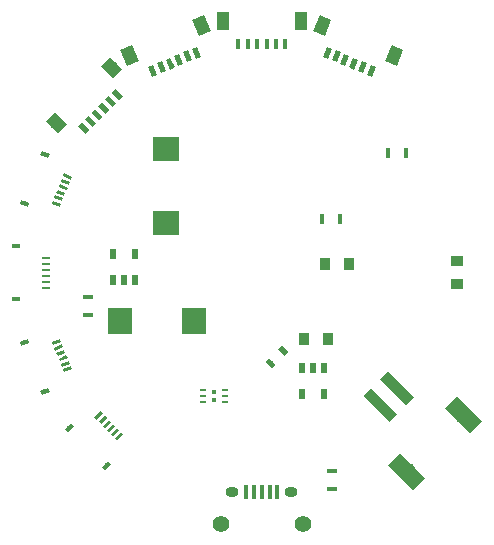
<source format=gbp>
G04 #@! TF.FileFunction,Paste,Bot*
%FSLAX46Y46*%
G04 Gerber Fmt 4.6, Leading zero omitted, Abs format (unit mm)*
G04 Created by KiCad (PCBNEW 201609251018+7233~55~ubuntu16.04.1-) date Mon Sep 26 23:00:05 2016*
%MOMM*%
%LPD*%
G01*
G04 APERTURE LIST*
%ADD10C,0.100000*%
%ADD11C,0.270000*%
%ADD12C,0.360000*%
%ADD13C,1.440000*%
%ADD14C,0.900000*%
%ADD15C,0.450000*%
%ADD16C,1.080000*%
%ADD17R,1.080000X1.530000*%
%ADD18R,0.450000X0.900000*%
%ADD19R,2.187000X2.133000*%
%ADD20R,2.133000X2.187000*%
%ADD21R,0.366000X0.426000*%
%ADD22R,0.630000X0.225000*%
%ADD23R,0.810000X0.450000*%
%ADD24R,0.585000X0.954000*%
%ADD25R,0.450000X0.810000*%
%ADD26C,1.395000*%
%ADD27O,1.125000X0.855000*%
%ADD28R,0.360000X1.215000*%
%ADD29R,0.900000X1.125000*%
%ADD30R,1.125000X0.900000*%
%ADD31R,0.720000X0.360000*%
%ADD32R,0.720000X0.270000*%
G04 APERTURE END LIST*
D10*
D11*
X30617577Y-56514656D03*
D10*
G36*
X30967595Y-56355557D02*
X30458478Y-56864674D01*
X30267559Y-56673755D01*
X30776676Y-56164638D01*
X30967595Y-56355557D01*
X30967595Y-56355557D01*
G37*
D11*
X32385344Y-58282423D03*
D10*
G36*
X32735362Y-58123324D02*
X32226245Y-58632441D01*
X32035326Y-58441522D01*
X32544443Y-57932405D01*
X32735362Y-58123324D01*
X32735362Y-58123324D01*
G37*
D11*
X30971130Y-56868210D03*
D10*
G36*
X31321148Y-56709111D02*
X30812031Y-57218228D01*
X30621112Y-57027309D01*
X31130229Y-56518192D01*
X31321148Y-56709111D01*
X31321148Y-56709111D01*
G37*
D11*
X31678237Y-57575317D03*
D10*
G36*
X32028255Y-57416218D02*
X31519138Y-57925335D01*
X31328219Y-57734416D01*
X31837336Y-57225299D01*
X32028255Y-57416218D01*
X32028255Y-57416218D01*
G37*
D11*
X31324683Y-57221763D03*
D10*
G36*
X31674701Y-57062664D02*
X31165584Y-57571781D01*
X30974665Y-57380862D01*
X31483782Y-56871745D01*
X31674701Y-57062664D01*
X31674701Y-57062664D01*
G37*
D11*
X32031790Y-57928870D03*
D10*
G36*
X32381808Y-57769771D02*
X31872691Y-58278888D01*
X31681772Y-58087969D01*
X32190889Y-57578852D01*
X32381808Y-57769771D01*
X32381808Y-57769771D01*
G37*
D12*
X28142703Y-57575317D03*
D10*
G36*
X28524541Y-57448038D02*
X28015424Y-57957155D01*
X27760865Y-57702596D01*
X28269982Y-57193479D01*
X28524541Y-57448038D01*
X28524541Y-57448038D01*
G37*
D12*
X31324683Y-60757297D03*
D10*
G36*
X31706521Y-60630018D02*
X31197404Y-61139135D01*
X30942845Y-60884576D01*
X31451962Y-60375459D01*
X31706521Y-60630018D01*
X31706521Y-60630018D01*
G37*
D11*
X27053564Y-50302849D03*
D10*
G36*
X27437823Y-50289807D02*
X26772630Y-50565339D01*
X26669305Y-50315891D01*
X27334498Y-50040359D01*
X27437823Y-50289807D01*
X27437823Y-50289807D01*
G37*
D11*
X28010273Y-52612548D03*
D10*
G36*
X28394532Y-52599506D02*
X27729339Y-52875038D01*
X27626014Y-52625590D01*
X28291207Y-52350058D01*
X28394532Y-52599506D01*
X28394532Y-52599506D01*
G37*
D11*
X27244906Y-50764789D03*
D10*
G36*
X27629165Y-50751747D02*
X26963972Y-51027279D01*
X26860647Y-50777831D01*
X27525840Y-50502299D01*
X27629165Y-50751747D01*
X27629165Y-50751747D01*
G37*
D11*
X27627589Y-51688669D03*
D10*
G36*
X28011848Y-51675627D02*
X27346655Y-51951159D01*
X27243330Y-51701711D01*
X27908523Y-51426179D01*
X28011848Y-51675627D01*
X28011848Y-51675627D01*
G37*
D11*
X27436247Y-51226729D03*
D10*
G36*
X27820506Y-51213687D02*
X27155313Y-51489219D01*
X27051988Y-51239771D01*
X27717181Y-50964239D01*
X27820506Y-51213687D01*
X27820506Y-51213687D01*
G37*
D11*
X27818931Y-52150609D03*
D10*
G36*
X28203190Y-52137567D02*
X27537997Y-52413099D01*
X27434672Y-52163651D01*
X28099865Y-51888119D01*
X28203190Y-52137567D01*
X28203190Y-52137567D01*
G37*
D12*
X24361182Y-50335678D03*
D10*
G36*
X24762662Y-50364210D02*
X24097468Y-50639742D01*
X23959702Y-50307146D01*
X24624896Y-50031614D01*
X24762662Y-50364210D01*
X24762662Y-50364210D01*
G37*
D12*
X26083257Y-54493136D03*
D10*
G36*
X26484737Y-54521668D02*
X25819543Y-54797200D01*
X25681777Y-54464604D01*
X26346971Y-54189072D01*
X26484737Y-54521668D01*
X26484737Y-54521668D01*
G37*
D11*
X28010273Y-36287452D03*
D10*
G36*
X28291207Y-36549942D02*
X27626014Y-36274410D01*
X27729339Y-36024962D01*
X28394532Y-36300494D01*
X28291207Y-36549942D01*
X28291207Y-36549942D01*
G37*
D11*
X27053564Y-38597151D03*
D10*
G36*
X27334498Y-38859641D02*
X26669305Y-38584109D01*
X26772630Y-38334661D01*
X27437823Y-38610193D01*
X27334498Y-38859641D01*
X27334498Y-38859641D01*
G37*
D11*
X27818931Y-36749391D03*
D10*
G36*
X28099865Y-37011881D02*
X27434672Y-36736349D01*
X27537997Y-36486901D01*
X28203190Y-36762433D01*
X28099865Y-37011881D01*
X28099865Y-37011881D01*
G37*
D11*
X27436247Y-37673271D03*
D10*
G36*
X27717181Y-37935761D02*
X27051988Y-37660229D01*
X27155313Y-37410781D01*
X27820506Y-37686313D01*
X27717181Y-37935761D01*
X27717181Y-37935761D01*
G37*
D11*
X27627589Y-37211331D03*
D10*
G36*
X27908523Y-37473821D02*
X27243330Y-37198289D01*
X27346655Y-36948841D01*
X28011848Y-37224373D01*
X27908523Y-37473821D01*
X27908523Y-37473821D01*
G37*
D11*
X27244906Y-38135211D03*
D10*
G36*
X27525840Y-38397701D02*
X26860647Y-38122169D01*
X26963972Y-37872721D01*
X27629165Y-38148253D01*
X27525840Y-38397701D01*
X27525840Y-38397701D01*
G37*
D12*
X26083257Y-34406864D03*
D10*
G36*
X26346971Y-34710928D02*
X25681777Y-34435396D01*
X25819543Y-34102800D01*
X26484737Y-34378332D01*
X26346971Y-34710928D01*
X26346971Y-34710928D01*
G37*
D12*
X24361182Y-38564322D03*
D10*
G36*
X24624896Y-38868386D02*
X23959702Y-38592854D01*
X24097468Y-38260258D01*
X24762662Y-38535790D01*
X24624896Y-38868386D01*
X24624896Y-38868386D01*
G37*
D13*
X56708058Y-61262384D03*
D10*
G36*
X56135302Y-59671394D02*
X58299048Y-61835140D01*
X57280814Y-62853374D01*
X55117068Y-60689628D01*
X56135302Y-59671394D01*
X56135302Y-59671394D01*
G37*
D13*
X61516384Y-56454058D03*
D10*
G36*
X60943628Y-54863068D02*
X63107374Y-57026814D01*
X62089140Y-58045048D01*
X59925394Y-55881302D01*
X60943628Y-54863068D01*
X60943628Y-54863068D01*
G37*
D14*
X54480672Y-55640885D03*
D10*
G36*
X53685177Y-54208994D02*
X55912563Y-56436380D01*
X55276167Y-57072776D01*
X53048781Y-54845390D01*
X53685177Y-54208994D01*
X53685177Y-54208994D01*
G37*
D14*
X55894885Y-54226672D03*
D10*
G36*
X55099390Y-52794781D02*
X57326776Y-55022167D01*
X56690380Y-55658563D01*
X54462994Y-53431177D01*
X55099390Y-52794781D01*
X55099390Y-52794781D01*
G37*
D15*
X50005253Y-25812184D03*
D10*
G36*
X49625173Y-26141826D02*
X49969588Y-25310334D01*
X50385333Y-25482542D01*
X50040918Y-26314034D01*
X49625173Y-26141826D01*
X49625173Y-26141826D01*
G37*
D15*
X50744355Y-26118330D03*
D10*
G36*
X50364275Y-26447972D02*
X50708690Y-25616480D01*
X51124435Y-25788688D01*
X50780020Y-26620180D01*
X50364275Y-26447972D01*
X50364275Y-26447972D01*
G37*
D15*
X51483459Y-26424477D03*
D10*
G36*
X51103379Y-26754119D02*
X51447794Y-25922627D01*
X51863539Y-26094835D01*
X51519124Y-26926327D01*
X51103379Y-26754119D01*
X51103379Y-26754119D01*
G37*
D15*
X52222562Y-26730624D03*
D10*
G36*
X51842482Y-27060266D02*
X52186897Y-26228774D01*
X52602642Y-26400982D01*
X52258227Y-27232474D01*
X51842482Y-27060266D01*
X51842482Y-27060266D01*
G37*
D15*
X52961666Y-27036771D03*
D10*
G36*
X52581586Y-27366413D02*
X52926001Y-26534921D01*
X53341746Y-26707129D01*
X52997331Y-27538621D01*
X52581586Y-27366413D01*
X52581586Y-27366413D01*
G37*
D15*
X53700770Y-27342917D03*
D10*
G36*
X53320690Y-27672559D02*
X53665105Y-26841067D01*
X54080850Y-27013275D01*
X53736435Y-27844767D01*
X53320690Y-27672559D01*
X53320690Y-27672559D01*
G37*
D16*
X55648046Y-26038841D03*
D10*
G36*
X54856398Y-26538960D02*
X55441904Y-25125424D01*
X56439694Y-25538722D01*
X55854188Y-26952258D01*
X54856398Y-26538960D01*
X54856398Y-26538960D01*
G37*
D16*
X49550441Y-23513130D03*
D10*
G36*
X48758793Y-24013249D02*
X49344299Y-22599713D01*
X50342089Y-23013011D01*
X49756583Y-24426547D01*
X48758793Y-24013249D01*
X48758793Y-24013249D01*
G37*
D15*
X29356806Y-32185233D03*
D10*
G36*
X29515905Y-32662530D02*
X28879509Y-32026134D01*
X29197707Y-31707936D01*
X29834103Y-32344332D01*
X29515905Y-32662530D01*
X29515905Y-32662530D01*
G37*
D15*
X29922491Y-31619547D03*
D10*
G36*
X30081590Y-32096844D02*
X29445194Y-31460448D01*
X29763392Y-31142250D01*
X30399788Y-31778646D01*
X30081590Y-32096844D01*
X30081590Y-32096844D01*
G37*
D15*
X30488176Y-31053862D03*
D10*
G36*
X30647275Y-31531159D02*
X30010879Y-30894763D01*
X30329077Y-30576565D01*
X30965473Y-31212961D01*
X30647275Y-31531159D01*
X30647275Y-31531159D01*
G37*
D15*
X31053862Y-30488176D03*
D10*
G36*
X31212961Y-30965473D02*
X30576565Y-30329077D01*
X30894763Y-30010879D01*
X31531159Y-30647275D01*
X31212961Y-30965473D01*
X31212961Y-30965473D01*
G37*
D15*
X31619547Y-29922491D03*
D10*
G36*
X31778646Y-30399788D02*
X31142250Y-29763392D01*
X31460448Y-29445194D01*
X32096844Y-30081590D01*
X31778646Y-30399788D01*
X31778646Y-30399788D01*
G37*
D15*
X32185233Y-29356806D03*
D10*
G36*
X32344332Y-29834103D02*
X31707936Y-29197707D01*
X32026134Y-28879509D01*
X32662530Y-29515905D01*
X32344332Y-29834103D01*
X32344332Y-29834103D01*
G37*
D16*
X31725613Y-27058709D03*
D10*
G36*
X31884712Y-27981483D02*
X30802839Y-26899610D01*
X31566514Y-26135935D01*
X32648387Y-27217808D01*
X31884712Y-27981483D01*
X31884712Y-27981483D01*
G37*
D16*
X27058709Y-31725613D03*
D10*
G36*
X27217808Y-32648387D02*
X26135935Y-31566514D01*
X26899610Y-30802839D01*
X27981483Y-31884712D01*
X27217808Y-32648387D01*
X27217808Y-32648387D01*
G37*
D15*
X35199230Y-27342917D03*
D10*
G36*
X35163565Y-27844767D02*
X34819150Y-27013275D01*
X35234895Y-26841067D01*
X35579310Y-27672559D01*
X35163565Y-27844767D01*
X35163565Y-27844767D01*
G37*
D15*
X35938334Y-27036771D03*
D10*
G36*
X35902669Y-27538621D02*
X35558254Y-26707129D01*
X35973999Y-26534921D01*
X36318414Y-27366413D01*
X35902669Y-27538621D01*
X35902669Y-27538621D01*
G37*
D15*
X36677438Y-26730624D03*
D10*
G36*
X36641773Y-27232474D02*
X36297358Y-26400982D01*
X36713103Y-26228774D01*
X37057518Y-27060266D01*
X36641773Y-27232474D01*
X36641773Y-27232474D01*
G37*
D15*
X37416541Y-26424477D03*
D10*
G36*
X37380876Y-26926327D02*
X37036461Y-26094835D01*
X37452206Y-25922627D01*
X37796621Y-26754119D01*
X37380876Y-26926327D01*
X37380876Y-26926327D01*
G37*
D15*
X38155645Y-26118330D03*
D10*
G36*
X38119980Y-26620180D02*
X37775565Y-25788688D01*
X38191310Y-25616480D01*
X38535725Y-26447972D01*
X38119980Y-26620180D01*
X38119980Y-26620180D01*
G37*
D15*
X38894747Y-25812184D03*
D10*
G36*
X38859082Y-26314034D02*
X38514667Y-25482542D01*
X38930412Y-25310334D01*
X39274827Y-26141826D01*
X38859082Y-26314034D01*
X38859082Y-26314034D01*
G37*
D16*
X39349559Y-23513130D03*
D10*
G36*
X39143417Y-24426547D02*
X38557911Y-23013011D01*
X39555701Y-22599713D01*
X40141207Y-24013249D01*
X39143417Y-24426547D01*
X39143417Y-24426547D01*
G37*
D16*
X33251954Y-26038841D03*
D10*
G36*
X33045812Y-26952258D02*
X32460306Y-25538722D01*
X33458096Y-25125424D01*
X34043602Y-26538960D01*
X33045812Y-26952258D01*
X33045812Y-26952258D01*
G37*
D17*
X41150000Y-23155000D03*
X47750000Y-23155000D03*
D18*
X46450000Y-25105000D03*
X45650000Y-25105000D03*
X44850000Y-25105000D03*
X44050000Y-25105000D03*
X43250000Y-25105000D03*
X42450000Y-25105000D03*
D19*
X36322000Y-40204000D03*
X36322000Y-33964000D03*
D20*
X38680000Y-48514000D03*
X32440000Y-48514000D03*
D21*
X40386000Y-54509000D03*
X40386000Y-55219000D03*
D22*
X39461000Y-54364000D03*
X39461000Y-54864000D03*
X39461000Y-55364000D03*
X41311000Y-55364000D03*
X41311000Y-54864000D03*
X41311000Y-54364000D03*
D23*
X29718000Y-47994000D03*
X29718000Y-46494000D03*
D24*
X33716000Y-42842000D03*
X31816000Y-42842000D03*
X31816000Y-45042000D03*
X32766000Y-45042000D03*
X33716000Y-45042000D03*
D25*
X51042000Y-39878000D03*
X49542000Y-39878000D03*
D26*
X40950000Y-65692000D03*
X47950000Y-65692000D03*
D27*
X41950000Y-62992000D03*
X46950000Y-62992000D03*
D28*
X43150000Y-62992000D03*
X43800000Y-62992000D03*
X44450000Y-62992000D03*
X45100000Y-62992000D03*
X45750000Y-62992000D03*
D25*
X56630000Y-34290000D03*
X55130000Y-34290000D03*
D23*
X50419000Y-62726000D03*
X50419000Y-61226000D03*
D15*
X46250330Y-51031670D03*
D10*
G36*
X46377609Y-51477147D02*
X45804853Y-50904391D01*
X46123051Y-50586193D01*
X46695807Y-51158949D01*
X46377609Y-51477147D01*
X46377609Y-51477147D01*
G37*
D15*
X45189670Y-52092330D03*
D10*
G36*
X45316949Y-52537807D02*
X44744193Y-51965051D01*
X45062391Y-51646853D01*
X45635147Y-52219609D01*
X45316949Y-52537807D01*
X45316949Y-52537807D01*
G37*
D24*
X47818000Y-54694000D03*
X49718000Y-54694000D03*
X49718000Y-52494000D03*
X48768000Y-52494000D03*
X47818000Y-52494000D03*
D29*
X50022000Y-50038000D03*
X48022000Y-50038000D03*
X51800000Y-43688000D03*
X49800000Y-43688000D03*
D30*
X60960000Y-45434000D03*
X60960000Y-43434000D03*
D31*
X23638000Y-46700000D03*
X23638000Y-42200000D03*
D32*
X26138000Y-45200000D03*
X26138000Y-44200000D03*
X26138000Y-44700000D03*
X26138000Y-43700000D03*
X26138000Y-45700000D03*
X26138000Y-43200000D03*
M02*

</source>
